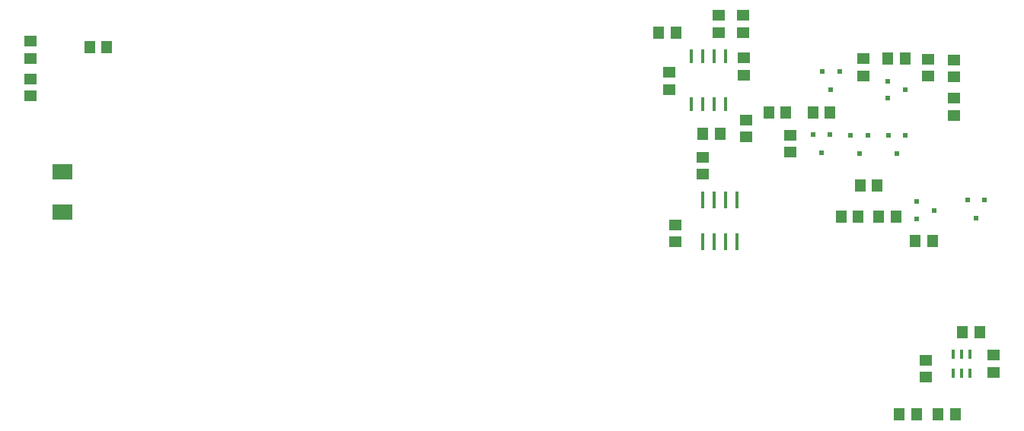
<source format=gbr>
%FSLAX33Y33*%
%MOMM*%
G04 EasyPC Gerber Version 17.0 Build 3379 *
%ADD106R,0.40640X1.06680*%
%ADD112R,0.45720X1.49860*%
%ADD108R,0.45720X1.87960*%
%ADD109R,0.49840X0.59840*%
%ADD110R,1.19380X1.42240*%
%ADD111R,0.59840X0.49840*%
%ADD107R,1.42240X1.19380*%
%ADD113R,2.19840X1.69840*%
X0Y0D02*
D02*
D106*
X126789Y52522D03*
Y54656D03*
X127739Y52522D03*
Y54656D03*
X128689Y52522D03*
Y54656D03*
D02*
D107*
X24214Y83387D03*
Y85292D03*
Y87587D03*
Y89492D03*
X95189Y84137D03*
Y86042D03*
X95889Y67137D03*
Y69042D03*
X98926Y74699D03*
Y76604D03*
X100689Y90487D03*
Y92392D03*
X103389Y90474D03*
Y92379D03*
X103539Y85737D03*
Y87642D03*
X103801Y78824D03*
Y80729D03*
X108639Y77137D03*
Y79042D03*
X116814Y85662D03*
Y87567D03*
X123764Y52087D03*
Y53992D03*
X123989Y85587D03*
Y87492D03*
X126839Y81237D03*
Y83142D03*
Y85537D03*
Y87442D03*
X131239Y52637D03*
Y54542D03*
D02*
D108*
X98933Y67127D03*
Y71851D03*
X100204Y67127D03*
Y71851D03*
X101474Y67127D03*
Y71851D03*
X102743Y67127D03*
Y71851D03*
D02*
D109*
X111189Y79089D03*
X112139Y77089D03*
X112239Y86089D03*
X113089Y79089D03*
X113189Y84089D03*
X114139Y86089D03*
X115389Y79014D03*
X116339Y77014D03*
X117289Y79014D03*
X119589D03*
X120539Y77014D03*
X121489Y79014D03*
X128389Y71789D03*
X129339Y69789D03*
X130289Y71789D03*
D02*
D110*
X30761Y88839D03*
X32666D03*
X94061Y90489D03*
X95966D03*
X98948Y79177D03*
X100854D03*
X106286Y81589D03*
X108191D03*
X111186D03*
X113091D03*
X114336Y69964D03*
X116241D03*
X116436Y73464D03*
X118341D03*
X118536Y69964D03*
X119536Y87589D03*
X120441Y69964D03*
X120811Y47939D03*
X121441Y87589D03*
X122586Y67289D03*
X122716Y47939D03*
X124491Y67289D03*
X125136Y47939D03*
X127041D03*
X127836Y57089D03*
X129741D03*
D02*
D111*
X119489Y83139D03*
Y85039D03*
X121489Y84089D03*
X122689Y69714D03*
Y71614D03*
X124689Y70664D03*
D02*
D112*
X97659Y82485D03*
Y87793D03*
X98929Y82485D03*
Y87793D03*
X100198Y82485D03*
Y87793D03*
X101469Y82485D03*
Y87793D03*
D02*
D113*
X27714Y70439D03*
Y74939D03*
X0Y0D02*
M02*

</source>
